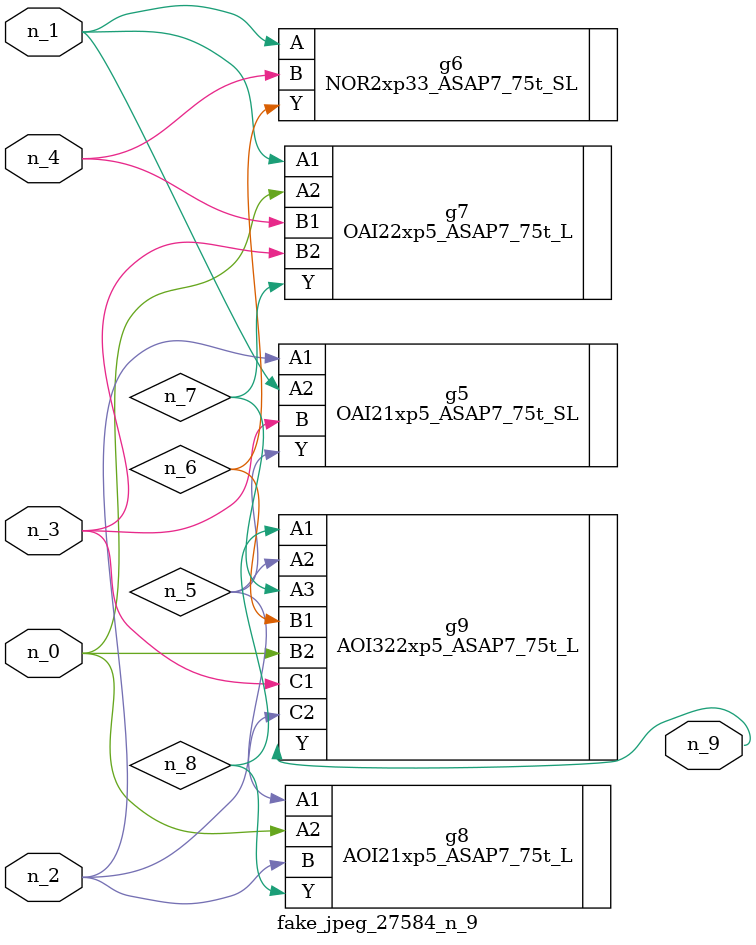
<source format=v>
module fake_jpeg_27584_n_9 (n_3, n_2, n_1, n_0, n_4, n_9);

input n_3;
input n_2;
input n_1;
input n_0;
input n_4;

output n_9;

wire n_8;
wire n_6;
wire n_5;
wire n_7;

OAI21xp5_ASAP7_75t_SL g5 ( 
.A1(n_2),
.A2(n_1),
.B(n_3),
.Y(n_5)
);

NOR2xp33_ASAP7_75t_SL g6 ( 
.A(n_1),
.B(n_4),
.Y(n_6)
);

OAI22xp5_ASAP7_75t_L g7 ( 
.A1(n_1),
.A2(n_0),
.B1(n_4),
.B2(n_3),
.Y(n_7)
);

AOI21xp5_ASAP7_75t_L g8 ( 
.A1(n_5),
.A2(n_0),
.B(n_2),
.Y(n_8)
);

AOI322xp5_ASAP7_75t_L g9 ( 
.A1(n_8),
.A2(n_5),
.A3(n_7),
.B1(n_6),
.B2(n_0),
.C1(n_3),
.C2(n_2),
.Y(n_9)
);


endmodule
</source>
